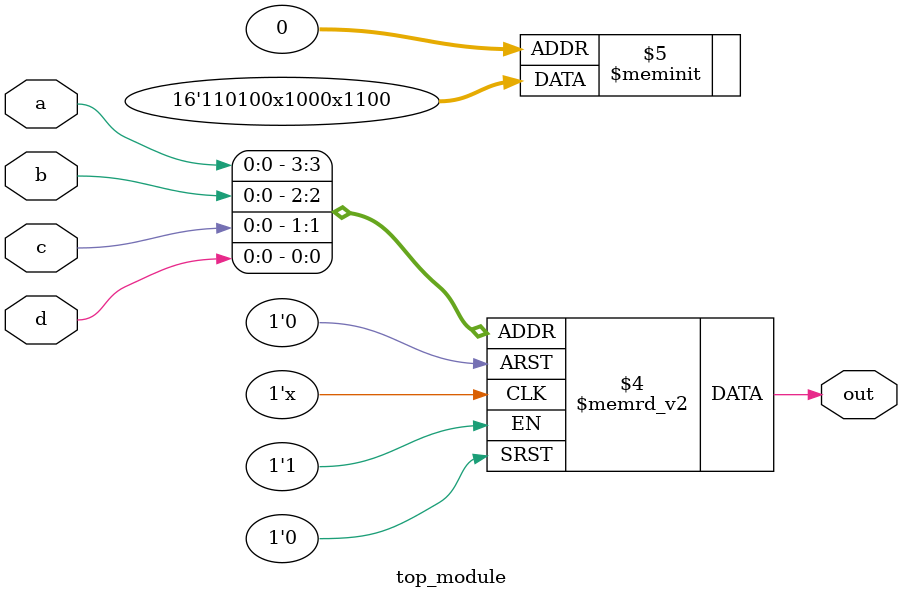
<source format=sv>
module top_module (
    input a,
    input b,
    input c,
    input d,
    output reg out
);

always @(*) begin
    case ({a, b, c, d})
        4'b0000: out = 1'b0;
        4'b0001: out = 1'b0;
        4'b0011: out = 1'b1;
        4'b0010: out = 1'b1;
        4'b0100: out = 1'bx;
        4'b0101: out = 1'b0;
        4'b0111: out = 1'b0;
        4'b0110: out = 1'b0;
        4'b1000: out = 1'b1;
        4'b1001: out = 1'bx;
        4'b1111: out = 1'b1;
        4'b1110: out = 1'b1;
        4'b1100: out = 1'b1;
        default: out = 1'b0;
    endcase
end

endmodule

</source>
